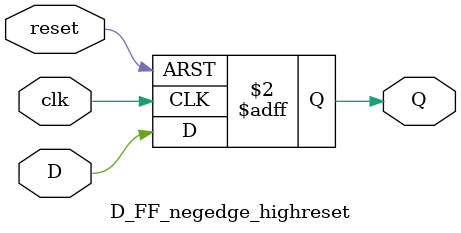
<source format=v>
module D_FF_negedge_highreset (
    input wire clk,
    input wire reset,  // Active-high asynchronous reset
    input wire D,
    output reg Q
);

always @(negedge clk or posedge reset) begin
    if (reset)
        Q <= 1'b0;
    else
        Q <= D;
end

endmodule


</source>
